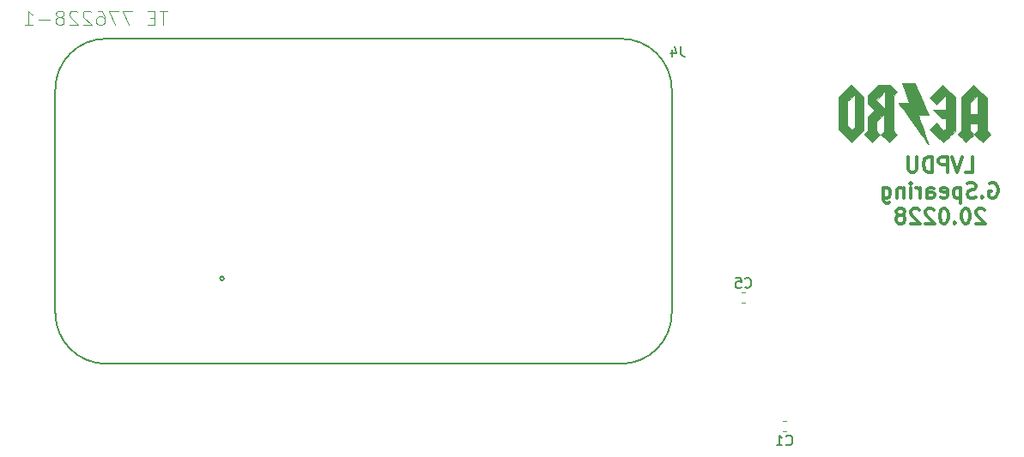
<source format=gbr>
G04 #@! TF.GenerationSoftware,KiCad,Pcbnew,5.1.5-52549c5~84~ubuntu18.04.1*
G04 #@! TF.CreationDate,2020-03-02T20:09:35-05:00*
G04 #@! TF.ProjectId,LV_Breakout,4c565f42-7265-4616-9b6f-75742e6b6963,rev?*
G04 #@! TF.SameCoordinates,Original*
G04 #@! TF.FileFunction,Legend,Bot*
G04 #@! TF.FilePolarity,Positive*
%FSLAX46Y46*%
G04 Gerber Fmt 4.6, Leading zero omitted, Abs format (unit mm)*
G04 Created by KiCad (PCBNEW 5.1.5-52549c5~84~ubuntu18.04.1) date 2020-03-02 20:09:35*
%MOMM*%
%LPD*%
G04 APERTURE LIST*
%ADD10C,0.300000*%
%ADD11C,0.010000*%
%ADD12C,0.127000*%
%ADD13C,0.120000*%
%ADD14C,0.150000*%
%ADD15C,0.050000*%
G04 APERTURE END LIST*
D10*
X199060285Y-37752571D02*
X199774571Y-37752571D01*
X199774571Y-36252571D01*
X198774571Y-36252571D02*
X198274571Y-37752571D01*
X197774571Y-36252571D01*
X197274571Y-37752571D02*
X197274571Y-36252571D01*
X196703142Y-36252571D01*
X196560285Y-36324000D01*
X196488857Y-36395428D01*
X196417428Y-36538285D01*
X196417428Y-36752571D01*
X196488857Y-36895428D01*
X196560285Y-36966857D01*
X196703142Y-37038285D01*
X197274571Y-37038285D01*
X195774571Y-37752571D02*
X195774571Y-36252571D01*
X195417428Y-36252571D01*
X195203142Y-36324000D01*
X195060285Y-36466857D01*
X194988857Y-36609714D01*
X194917428Y-36895428D01*
X194917428Y-37109714D01*
X194988857Y-37395428D01*
X195060285Y-37538285D01*
X195203142Y-37681142D01*
X195417428Y-37752571D01*
X195774571Y-37752571D01*
X194274571Y-36252571D02*
X194274571Y-37466857D01*
X194203142Y-37609714D01*
X194131714Y-37681142D01*
X193988857Y-37752571D01*
X193703142Y-37752571D01*
X193560285Y-37681142D01*
X193488857Y-37609714D01*
X193417428Y-37466857D01*
X193417428Y-36252571D01*
X201453142Y-38874000D02*
X201596000Y-38802571D01*
X201810285Y-38802571D01*
X202024571Y-38874000D01*
X202167428Y-39016857D01*
X202238857Y-39159714D01*
X202310285Y-39445428D01*
X202310285Y-39659714D01*
X202238857Y-39945428D01*
X202167428Y-40088285D01*
X202024571Y-40231142D01*
X201810285Y-40302571D01*
X201667428Y-40302571D01*
X201453142Y-40231142D01*
X201381714Y-40159714D01*
X201381714Y-39659714D01*
X201667428Y-39659714D01*
X200738857Y-40159714D02*
X200667428Y-40231142D01*
X200738857Y-40302571D01*
X200810285Y-40231142D01*
X200738857Y-40159714D01*
X200738857Y-40302571D01*
X200096000Y-40231142D02*
X199881714Y-40302571D01*
X199524571Y-40302571D01*
X199381714Y-40231142D01*
X199310285Y-40159714D01*
X199238857Y-40016857D01*
X199238857Y-39874000D01*
X199310285Y-39731142D01*
X199381714Y-39659714D01*
X199524571Y-39588285D01*
X199810285Y-39516857D01*
X199953142Y-39445428D01*
X200024571Y-39374000D01*
X200096000Y-39231142D01*
X200096000Y-39088285D01*
X200024571Y-38945428D01*
X199953142Y-38874000D01*
X199810285Y-38802571D01*
X199453142Y-38802571D01*
X199238857Y-38874000D01*
X198596000Y-39302571D02*
X198596000Y-40802571D01*
X198596000Y-39374000D02*
X198453142Y-39302571D01*
X198167428Y-39302571D01*
X198024571Y-39374000D01*
X197953142Y-39445428D01*
X197881714Y-39588285D01*
X197881714Y-40016857D01*
X197953142Y-40159714D01*
X198024571Y-40231142D01*
X198167428Y-40302571D01*
X198453142Y-40302571D01*
X198596000Y-40231142D01*
X196667428Y-40231142D02*
X196810285Y-40302571D01*
X197096000Y-40302571D01*
X197238857Y-40231142D01*
X197310285Y-40088285D01*
X197310285Y-39516857D01*
X197238857Y-39374000D01*
X197096000Y-39302571D01*
X196810285Y-39302571D01*
X196667428Y-39374000D01*
X196596000Y-39516857D01*
X196596000Y-39659714D01*
X197310285Y-39802571D01*
X195310285Y-40302571D02*
X195310285Y-39516857D01*
X195381714Y-39374000D01*
X195524571Y-39302571D01*
X195810285Y-39302571D01*
X195953142Y-39374000D01*
X195310285Y-40231142D02*
X195453142Y-40302571D01*
X195810285Y-40302571D01*
X195953142Y-40231142D01*
X196024571Y-40088285D01*
X196024571Y-39945428D01*
X195953142Y-39802571D01*
X195810285Y-39731142D01*
X195453142Y-39731142D01*
X195310285Y-39659714D01*
X194596000Y-40302571D02*
X194596000Y-39302571D01*
X194596000Y-39588285D02*
X194524571Y-39445428D01*
X194453142Y-39374000D01*
X194310285Y-39302571D01*
X194167428Y-39302571D01*
X193667428Y-40302571D02*
X193667428Y-39302571D01*
X193667428Y-38802571D02*
X193738857Y-38874000D01*
X193667428Y-38945428D01*
X193596000Y-38874000D01*
X193667428Y-38802571D01*
X193667428Y-38945428D01*
X192953142Y-39302571D02*
X192953142Y-40302571D01*
X192953142Y-39445428D02*
X192881714Y-39374000D01*
X192738857Y-39302571D01*
X192524571Y-39302571D01*
X192381714Y-39374000D01*
X192310285Y-39516857D01*
X192310285Y-40302571D01*
X190953142Y-39302571D02*
X190953142Y-40516857D01*
X191024571Y-40659714D01*
X191096000Y-40731142D01*
X191238857Y-40802571D01*
X191453142Y-40802571D01*
X191596000Y-40731142D01*
X190953142Y-40231142D02*
X191096000Y-40302571D01*
X191381714Y-40302571D01*
X191524571Y-40231142D01*
X191596000Y-40159714D01*
X191667428Y-40016857D01*
X191667428Y-39588285D01*
X191596000Y-39445428D01*
X191524571Y-39374000D01*
X191381714Y-39302571D01*
X191096000Y-39302571D01*
X190953142Y-39374000D01*
X200953142Y-41495428D02*
X200881714Y-41424000D01*
X200738857Y-41352571D01*
X200381714Y-41352571D01*
X200238857Y-41424000D01*
X200167428Y-41495428D01*
X200096000Y-41638285D01*
X200096000Y-41781142D01*
X200167428Y-41995428D01*
X201024571Y-42852571D01*
X200096000Y-42852571D01*
X199167428Y-41352571D02*
X199024571Y-41352571D01*
X198881714Y-41424000D01*
X198810285Y-41495428D01*
X198738857Y-41638285D01*
X198667428Y-41924000D01*
X198667428Y-42281142D01*
X198738857Y-42566857D01*
X198810285Y-42709714D01*
X198881714Y-42781142D01*
X199024571Y-42852571D01*
X199167428Y-42852571D01*
X199310285Y-42781142D01*
X199381714Y-42709714D01*
X199453142Y-42566857D01*
X199524571Y-42281142D01*
X199524571Y-41924000D01*
X199453142Y-41638285D01*
X199381714Y-41495428D01*
X199310285Y-41424000D01*
X199167428Y-41352571D01*
X198024571Y-42709714D02*
X197953142Y-42781142D01*
X198024571Y-42852571D01*
X198096000Y-42781142D01*
X198024571Y-42709714D01*
X198024571Y-42852571D01*
X197024571Y-41352571D02*
X196881714Y-41352571D01*
X196738857Y-41424000D01*
X196667428Y-41495428D01*
X196596000Y-41638285D01*
X196524571Y-41924000D01*
X196524571Y-42281142D01*
X196596000Y-42566857D01*
X196667428Y-42709714D01*
X196738857Y-42781142D01*
X196881714Y-42852571D01*
X197024571Y-42852571D01*
X197167428Y-42781142D01*
X197238857Y-42709714D01*
X197310285Y-42566857D01*
X197381714Y-42281142D01*
X197381714Y-41924000D01*
X197310285Y-41638285D01*
X197238857Y-41495428D01*
X197167428Y-41424000D01*
X197024571Y-41352571D01*
X195953142Y-41495428D02*
X195881714Y-41424000D01*
X195738857Y-41352571D01*
X195381714Y-41352571D01*
X195238857Y-41424000D01*
X195167428Y-41495428D01*
X195096000Y-41638285D01*
X195096000Y-41781142D01*
X195167428Y-41995428D01*
X196024571Y-42852571D01*
X195096000Y-42852571D01*
X194524571Y-41495428D02*
X194453142Y-41424000D01*
X194310285Y-41352571D01*
X193953142Y-41352571D01*
X193810285Y-41424000D01*
X193738857Y-41495428D01*
X193667428Y-41638285D01*
X193667428Y-41781142D01*
X193738857Y-41995428D01*
X194596000Y-42852571D01*
X193667428Y-42852571D01*
X192810285Y-41995428D02*
X192953142Y-41924000D01*
X193024571Y-41852571D01*
X193096000Y-41709714D01*
X193096000Y-41638285D01*
X193024571Y-41495428D01*
X192953142Y-41424000D01*
X192810285Y-41352571D01*
X192524571Y-41352571D01*
X192381714Y-41424000D01*
X192310285Y-41495428D01*
X192238857Y-41638285D01*
X192238857Y-41709714D01*
X192310285Y-41852571D01*
X192381714Y-41924000D01*
X192524571Y-41995428D01*
X192810285Y-41995428D01*
X192953142Y-42066857D01*
X193024571Y-42138285D01*
X193096000Y-42281142D01*
X193096000Y-42566857D01*
X193024571Y-42709714D01*
X192953142Y-42781142D01*
X192810285Y-42852571D01*
X192524571Y-42852571D01*
X192381714Y-42781142D01*
X192310285Y-42709714D01*
X192238857Y-42566857D01*
X192238857Y-42281142D01*
X192310285Y-42138285D01*
X192381714Y-42066857D01*
X192524571Y-41995428D01*
D11*
G36*
X187163708Y-29747394D02*
G01*
X186533962Y-30376412D01*
X186533962Y-33526592D01*
X187846668Y-34837934D01*
X189017984Y-33665096D01*
X189017984Y-33382625D01*
X188143328Y-33382625D01*
X188031013Y-33498504D01*
X187918699Y-33614384D01*
X187681151Y-33378656D01*
X187443603Y-33142929D01*
X187443603Y-30795663D01*
X187793466Y-30447113D01*
X188143328Y-30098564D01*
X188143328Y-33382625D01*
X189017984Y-33382625D01*
X189017984Y-30341405D01*
X188405719Y-29729890D01*
X187793455Y-29118376D01*
X187163708Y-29747394D01*
G37*
X187163708Y-29747394D02*
X186533962Y-30376412D01*
X186533962Y-33526592D01*
X187846668Y-34837934D01*
X189017984Y-33665096D01*
X189017984Y-33382625D01*
X188143328Y-33382625D01*
X188031013Y-33498504D01*
X187918699Y-33614384D01*
X187681151Y-33378656D01*
X187443603Y-33142929D01*
X187443603Y-30795663D01*
X187793466Y-30447113D01*
X188143328Y-30098564D01*
X188143328Y-33382625D01*
X189017984Y-33382625D01*
X189017984Y-30341405D01*
X188405719Y-29729890D01*
X187793455Y-29118376D01*
X187163708Y-29747394D01*
G36*
X189970906Y-29634121D02*
G01*
X189472805Y-30133113D01*
X189472805Y-31040495D01*
X190083643Y-31654177D01*
X189760731Y-31978437D01*
X189437818Y-32302698D01*
X189437818Y-33663646D01*
X189254834Y-33848931D01*
X189071851Y-34034217D01*
X189875904Y-34838270D01*
X190660688Y-34050694D01*
X190488096Y-33858270D01*
X190315503Y-33665846D01*
X190313989Y-33210428D01*
X190312474Y-32755011D01*
X190697322Y-32371356D01*
X191082171Y-31987700D01*
X191082171Y-33703463D01*
X190906854Y-33876144D01*
X190731536Y-34048825D01*
X191124947Y-34443355D01*
X191259821Y-34577260D01*
X191377657Y-34691693D01*
X191469604Y-34778262D01*
X191526816Y-34828577D01*
X191540977Y-34837884D01*
X191571622Y-34813858D01*
X191641574Y-34747504D01*
X191742144Y-34647412D01*
X191864642Y-34522171D01*
X191946490Y-34437024D01*
X192329382Y-34036164D01*
X192143104Y-33852200D01*
X191956827Y-33668236D01*
X191956827Y-31531343D01*
X191152143Y-31531343D01*
X190706241Y-31085440D01*
X190260338Y-30639537D01*
X191152143Y-29747732D01*
X191152143Y-31531343D01*
X191956827Y-31531343D01*
X191956827Y-30239225D01*
X192157121Y-30036818D01*
X192357415Y-29834412D01*
X192009086Y-29484771D01*
X191660756Y-29135130D01*
X190469007Y-29135130D01*
X189970906Y-29634121D01*
G37*
X189970906Y-29634121D02*
X189472805Y-30133113D01*
X189472805Y-31040495D01*
X190083643Y-31654177D01*
X189760731Y-31978437D01*
X189437818Y-32302698D01*
X189437818Y-33663646D01*
X189254834Y-33848931D01*
X189071851Y-34034217D01*
X189875904Y-34838270D01*
X190660688Y-34050694D01*
X190488096Y-33858270D01*
X190315503Y-33665846D01*
X190313989Y-33210428D01*
X190312474Y-32755011D01*
X190697322Y-32371356D01*
X191082171Y-31987700D01*
X191082171Y-33703463D01*
X190906854Y-33876144D01*
X190731536Y-34048825D01*
X191124947Y-34443355D01*
X191259821Y-34577260D01*
X191377657Y-34691693D01*
X191469604Y-34778262D01*
X191526816Y-34828577D01*
X191540977Y-34837884D01*
X191571622Y-34813858D01*
X191641574Y-34747504D01*
X191742144Y-34647412D01*
X191864642Y-34522171D01*
X191946490Y-34437024D01*
X192329382Y-34036164D01*
X192143104Y-33852200D01*
X191956827Y-33668236D01*
X191956827Y-31531343D01*
X191152143Y-31531343D01*
X190706241Y-31085440D01*
X190260338Y-30639537D01*
X191152143Y-29747732D01*
X191152143Y-31531343D01*
X191956827Y-31531343D01*
X191956827Y-30239225D01*
X192157121Y-30036818D01*
X192357415Y-29834412D01*
X192009086Y-29484771D01*
X191660756Y-29135130D01*
X190469007Y-29135130D01*
X189970906Y-29634121D01*
G36*
X196182864Y-29789679D02*
G01*
X195543961Y-30429283D01*
X195875235Y-30761940D01*
X196206508Y-31094597D01*
X196688141Y-30613886D01*
X197169774Y-30133174D01*
X197169774Y-31587091D01*
X196505463Y-31576882D01*
X195841151Y-31566672D01*
X196268781Y-31995254D01*
X196696410Y-32423835D01*
X197169774Y-32423835D01*
X197169774Y-33434874D01*
X197045067Y-33529994D01*
X196920359Y-33625113D01*
X196563589Y-33269558D01*
X196206820Y-32914002D01*
X195891197Y-33229625D01*
X195575575Y-33545248D01*
X196225155Y-34191566D01*
X196399660Y-34364587D01*
X196557708Y-34520125D01*
X196692615Y-34651697D01*
X196797696Y-34752821D01*
X196866268Y-34817012D01*
X196891454Y-34837884D01*
X196919865Y-34814205D01*
X196990415Y-34747800D01*
X197095961Y-34645616D01*
X197229361Y-34514602D01*
X197383474Y-34361704D01*
X197476301Y-34268972D01*
X198044430Y-33700060D01*
X198044430Y-30379604D01*
X197433098Y-29764840D01*
X196821766Y-29150075D01*
X196182864Y-29789679D01*
G37*
X196182864Y-29789679D02*
X195543961Y-30429283D01*
X195875235Y-30761940D01*
X196206508Y-31094597D01*
X196688141Y-30613886D01*
X197169774Y-30133174D01*
X197169774Y-31587091D01*
X196505463Y-31576882D01*
X195841151Y-31566672D01*
X196268781Y-31995254D01*
X196696410Y-32423835D01*
X197169774Y-32423835D01*
X197169774Y-33434874D01*
X197045067Y-33529994D01*
X196920359Y-33625113D01*
X196563589Y-33269558D01*
X196206820Y-32914002D01*
X195891197Y-33229625D01*
X195575575Y-33545248D01*
X196225155Y-34191566D01*
X196399660Y-34364587D01*
X196557708Y-34520125D01*
X196692615Y-34651697D01*
X196797696Y-34752821D01*
X196866268Y-34817012D01*
X196891454Y-34837884D01*
X196919865Y-34814205D01*
X196990415Y-34747800D01*
X197095961Y-34645616D01*
X197229361Y-34514602D01*
X197383474Y-34361704D01*
X197476301Y-34268972D01*
X198044430Y-33700060D01*
X198044430Y-30379604D01*
X197433098Y-29764840D01*
X196821766Y-29150075D01*
X196182864Y-29789679D01*
G36*
X199277339Y-29738988D02*
G01*
X198674182Y-30342884D01*
X198674182Y-33663646D01*
X198491198Y-33848931D01*
X198308214Y-34034217D01*
X198710241Y-34436243D01*
X199112267Y-34838270D01*
X199513346Y-34436050D01*
X199914424Y-34033830D01*
X199548838Y-33663646D01*
X199548838Y-32948628D01*
X200318535Y-32948628D01*
X200318535Y-33663646D01*
X200135551Y-33848931D01*
X199952567Y-34034217D01*
X200756620Y-34838270D01*
X201558776Y-34033830D01*
X201375984Y-33848738D01*
X201193190Y-33663646D01*
X201193190Y-32038986D01*
X200318535Y-32038986D01*
X199548838Y-32038986D01*
X199548838Y-30899990D01*
X199931913Y-30498620D01*
X200314989Y-30097251D01*
X200316762Y-31068119D01*
X200318535Y-32038986D01*
X201193190Y-32038986D01*
X201193190Y-30446422D01*
X200536843Y-29790757D01*
X199880495Y-29135091D01*
X199277339Y-29738988D01*
G37*
X199277339Y-29738988D02*
X198674182Y-30342884D01*
X198674182Y-33663646D01*
X198491198Y-33848931D01*
X198308214Y-34034217D01*
X198710241Y-34436243D01*
X199112267Y-34838270D01*
X199513346Y-34436050D01*
X199914424Y-34033830D01*
X199548838Y-33663646D01*
X199548838Y-32948628D01*
X200318535Y-32948628D01*
X200318535Y-33663646D01*
X200135551Y-33848931D01*
X199952567Y-34034217D01*
X200756620Y-34838270D01*
X201558776Y-34033830D01*
X201375984Y-33848738D01*
X201193190Y-33663646D01*
X201193190Y-32038986D01*
X200318535Y-32038986D01*
X199548838Y-32038986D01*
X199548838Y-30899990D01*
X199931913Y-30498620D01*
X200314989Y-30097251D01*
X200316762Y-31068119D01*
X200318535Y-32038986D01*
X201193190Y-32038986D01*
X201193190Y-30446422D01*
X200536843Y-29790757D01*
X199880495Y-29135091D01*
X199277339Y-29738988D01*
G36*
X193163851Y-29939813D02*
G01*
X193523060Y-30919427D01*
X192979424Y-30919427D01*
X192774358Y-30919846D01*
X192630168Y-30921861D01*
X192537759Y-30926611D01*
X192488035Y-30935234D01*
X192471900Y-30948869D01*
X192480261Y-30968654D01*
X192490289Y-30980653D01*
X192518292Y-31017473D01*
X192583005Y-31105537D01*
X192680378Y-31239215D01*
X192806360Y-31412877D01*
X192956900Y-31620893D01*
X193127948Y-31857633D01*
X193315453Y-32117466D01*
X193515364Y-32394763D01*
X193723630Y-32683893D01*
X193936200Y-32979227D01*
X194149025Y-33275134D01*
X194358053Y-33565985D01*
X194559233Y-33846148D01*
X194748515Y-34109995D01*
X194921847Y-34351895D01*
X195075181Y-34566217D01*
X195204463Y-34747333D01*
X195305645Y-34889611D01*
X195374674Y-34987422D01*
X195407501Y-35035136D01*
X195408220Y-35036265D01*
X195405457Y-35017674D01*
X195381691Y-34939209D01*
X195338989Y-34807056D01*
X195279417Y-34627402D01*
X195205041Y-34406431D01*
X195117928Y-34150332D01*
X195020145Y-33865288D01*
X194927159Y-33596142D01*
X194820276Y-33287551D01*
X194720769Y-32999885D01*
X194630915Y-32739757D01*
X194552994Y-32513778D01*
X194489282Y-32328560D01*
X194442058Y-32190716D01*
X194413599Y-32106858D01*
X194405862Y-32082987D01*
X194438823Y-32079836D01*
X194529606Y-32077166D01*
X194666059Y-32075186D01*
X194836034Y-32074108D01*
X194925786Y-32073973D01*
X195445709Y-32073973D01*
X195054949Y-31190570D01*
X194931406Y-30911003D01*
X194798067Y-30608805D01*
X194663290Y-30302947D01*
X194535431Y-30012400D01*
X194422846Y-29756135D01*
X194369152Y-29633683D01*
X194074117Y-28960199D01*
X192804643Y-28960199D01*
X193163851Y-29939813D01*
G37*
X193163851Y-29939813D02*
X193523060Y-30919427D01*
X192979424Y-30919427D01*
X192774358Y-30919846D01*
X192630168Y-30921861D01*
X192537759Y-30926611D01*
X192488035Y-30935234D01*
X192471900Y-30948869D01*
X192480261Y-30968654D01*
X192490289Y-30980653D01*
X192518292Y-31017473D01*
X192583005Y-31105537D01*
X192680378Y-31239215D01*
X192806360Y-31412877D01*
X192956900Y-31620893D01*
X193127948Y-31857633D01*
X193315453Y-32117466D01*
X193515364Y-32394763D01*
X193723630Y-32683893D01*
X193936200Y-32979227D01*
X194149025Y-33275134D01*
X194358053Y-33565985D01*
X194559233Y-33846148D01*
X194748515Y-34109995D01*
X194921847Y-34351895D01*
X195075181Y-34566217D01*
X195204463Y-34747333D01*
X195305645Y-34889611D01*
X195374674Y-34987422D01*
X195407501Y-35035136D01*
X195408220Y-35036265D01*
X195405457Y-35017674D01*
X195381691Y-34939209D01*
X195338989Y-34807056D01*
X195279417Y-34627402D01*
X195205041Y-34406431D01*
X195117928Y-34150332D01*
X195020145Y-33865288D01*
X194927159Y-33596142D01*
X194820276Y-33287551D01*
X194720769Y-32999885D01*
X194630915Y-32739757D01*
X194552994Y-32513778D01*
X194489282Y-32328560D01*
X194442058Y-32190716D01*
X194413599Y-32106858D01*
X194405862Y-32082987D01*
X194438823Y-32079836D01*
X194529606Y-32077166D01*
X194666059Y-32075186D01*
X194836034Y-32074108D01*
X194925786Y-32073973D01*
X195445709Y-32073973D01*
X195054949Y-31190570D01*
X194931406Y-30911003D01*
X194798067Y-30608805D01*
X194663290Y-30302947D01*
X194535431Y-30012400D01*
X194422846Y-29756135D01*
X194369152Y-29633683D01*
X194074117Y-28960199D01*
X192804643Y-28960199D01*
X193163851Y-29939813D01*
D12*
X114300000Y-56690000D02*
G75*
G02X109300000Y-51690000I0J5000000D01*
G01*
X165100000Y-56690000D02*
X114300000Y-56690000D01*
X170100000Y-51690000D02*
G75*
G02X165100000Y-56690000I-5000000J0D01*
G01*
X170100000Y-29590000D02*
X170100000Y-51690000D01*
X165100000Y-24590000D02*
G75*
G02X170100000Y-29590000I0J-5000000D01*
G01*
X114300000Y-24590000D02*
X165100000Y-24590000D01*
X109300000Y-29590000D02*
G75*
G02X114300000Y-24590000I5000000J0D01*
G01*
X109300000Y-51690000D02*
X109300000Y-29590000D01*
X125930000Y-48260000D02*
G75*
G03X125930000Y-48260000I-200000J0D01*
G01*
D13*
X177336267Y-50675000D02*
X176993733Y-50675000D01*
X177336267Y-49655000D02*
X176993733Y-49655000D01*
X181043733Y-62355000D02*
X181386267Y-62355000D01*
X181043733Y-63375000D02*
X181386267Y-63375000D01*
D14*
X171021333Y-25360380D02*
X171021333Y-26074666D01*
X171068952Y-26217523D01*
X171164190Y-26312761D01*
X171307047Y-26360380D01*
X171402285Y-26360380D01*
X170116571Y-25693714D02*
X170116571Y-26360380D01*
X170354666Y-25312761D02*
X170592761Y-26027047D01*
X169973714Y-26027047D01*
D15*
X120359750Y-21846383D02*
X119558550Y-21846383D01*
X119959150Y-23248483D02*
X119959150Y-21846383D01*
X119091183Y-22514050D02*
X118623816Y-22514050D01*
X118423516Y-23248483D02*
X119091183Y-23248483D01*
X119091183Y-21846383D01*
X118423516Y-21846383D01*
X116887883Y-21846383D02*
X115953150Y-21846383D01*
X116554050Y-23248483D01*
X115552550Y-21846383D02*
X114617816Y-21846383D01*
X115218716Y-23248483D01*
X113482783Y-21846383D02*
X113749850Y-21846383D01*
X113883383Y-21913150D01*
X113950150Y-21979916D01*
X114083683Y-22180216D01*
X114150450Y-22447283D01*
X114150450Y-22981416D01*
X114083683Y-23114950D01*
X114016916Y-23181716D01*
X113883383Y-23248483D01*
X113616316Y-23248483D01*
X113482783Y-23181716D01*
X113416016Y-23114950D01*
X113349250Y-22981416D01*
X113349250Y-22647583D01*
X113416016Y-22514050D01*
X113482783Y-22447283D01*
X113616316Y-22380516D01*
X113883383Y-22380516D01*
X114016916Y-22447283D01*
X114083683Y-22514050D01*
X114150450Y-22647583D01*
X112815116Y-21979916D02*
X112748350Y-21913150D01*
X112614816Y-21846383D01*
X112280983Y-21846383D01*
X112147450Y-21913150D01*
X112080683Y-21979916D01*
X112013916Y-22113450D01*
X112013916Y-22246983D01*
X112080683Y-22447283D01*
X112881883Y-23248483D01*
X112013916Y-23248483D01*
X111479783Y-21979916D02*
X111413016Y-21913150D01*
X111279483Y-21846383D01*
X110945650Y-21846383D01*
X110812116Y-21913150D01*
X110745350Y-21979916D01*
X110678583Y-22113450D01*
X110678583Y-22246983D01*
X110745350Y-22447283D01*
X111546550Y-23248483D01*
X110678583Y-23248483D01*
X109877383Y-22447283D02*
X110010916Y-22380516D01*
X110077683Y-22313750D01*
X110144450Y-22180216D01*
X110144450Y-22113450D01*
X110077683Y-21979916D01*
X110010916Y-21913150D01*
X109877383Y-21846383D01*
X109610316Y-21846383D01*
X109476783Y-21913150D01*
X109410016Y-21979916D01*
X109343250Y-22113450D01*
X109343250Y-22180216D01*
X109410016Y-22313750D01*
X109476783Y-22380516D01*
X109610316Y-22447283D01*
X109877383Y-22447283D01*
X110010916Y-22514050D01*
X110077683Y-22580816D01*
X110144450Y-22714350D01*
X110144450Y-22981416D01*
X110077683Y-23114950D01*
X110010916Y-23181716D01*
X109877383Y-23248483D01*
X109610316Y-23248483D01*
X109476783Y-23181716D01*
X109410016Y-23114950D01*
X109343250Y-22981416D01*
X109343250Y-22714350D01*
X109410016Y-22580816D01*
X109476783Y-22514050D01*
X109610316Y-22447283D01*
X108742350Y-22714350D02*
X107674083Y-22714350D01*
X106271983Y-23248483D02*
X107073183Y-23248483D01*
X106672583Y-23248483D02*
X106672583Y-21846383D01*
X106806116Y-22046683D01*
X106939650Y-22180216D01*
X107073183Y-22246983D01*
D14*
X177331666Y-49092142D02*
X177379285Y-49139761D01*
X177522142Y-49187380D01*
X177617380Y-49187380D01*
X177760238Y-49139761D01*
X177855476Y-49044523D01*
X177903095Y-48949285D01*
X177950714Y-48758809D01*
X177950714Y-48615952D01*
X177903095Y-48425476D01*
X177855476Y-48330238D01*
X177760238Y-48235000D01*
X177617380Y-48187380D01*
X177522142Y-48187380D01*
X177379285Y-48235000D01*
X177331666Y-48282619D01*
X176426904Y-48187380D02*
X176903095Y-48187380D01*
X176950714Y-48663571D01*
X176903095Y-48615952D01*
X176807857Y-48568333D01*
X176569761Y-48568333D01*
X176474523Y-48615952D01*
X176426904Y-48663571D01*
X176379285Y-48758809D01*
X176379285Y-48996904D01*
X176426904Y-49092142D01*
X176474523Y-49139761D01*
X176569761Y-49187380D01*
X176807857Y-49187380D01*
X176903095Y-49139761D01*
X176950714Y-49092142D01*
X181381666Y-64652142D02*
X181429285Y-64699761D01*
X181572142Y-64747380D01*
X181667380Y-64747380D01*
X181810238Y-64699761D01*
X181905476Y-64604523D01*
X181953095Y-64509285D01*
X182000714Y-64318809D01*
X182000714Y-64175952D01*
X181953095Y-63985476D01*
X181905476Y-63890238D01*
X181810238Y-63795000D01*
X181667380Y-63747380D01*
X181572142Y-63747380D01*
X181429285Y-63795000D01*
X181381666Y-63842619D01*
X180429285Y-64747380D02*
X181000714Y-64747380D01*
X180715000Y-64747380D02*
X180715000Y-63747380D01*
X180810238Y-63890238D01*
X180905476Y-63985476D01*
X181000714Y-64033095D01*
M02*

</source>
